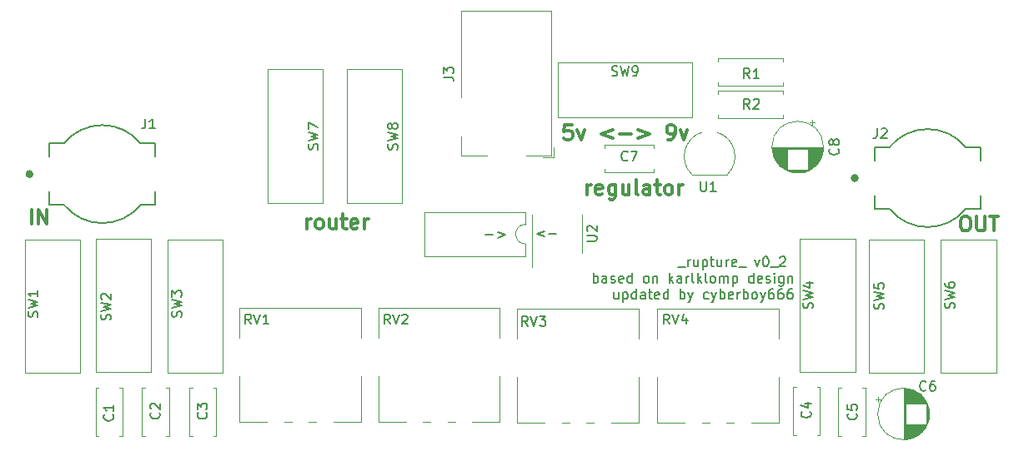
<source format=gbr>
G04 #@! TF.GenerationSoftware,KiCad,Pcbnew,(5.1.4-0-10_14)*
G04 #@! TF.CreationDate,2021-06-29T11:43:56+12:00*
G04 #@! TF.ProjectId,rupter,72757074-6572-42e6-9b69-6361645f7063,rev?*
G04 #@! TF.SameCoordinates,Original*
G04 #@! TF.FileFunction,Legend,Top*
G04 #@! TF.FilePolarity,Positive*
%FSLAX46Y46*%
G04 Gerber Fmt 4.6, Leading zero omitted, Abs format (unit mm)*
G04 Created by KiCad (PCBNEW (5.1.4-0-10_14)) date 2021-06-29 11:43:56*
%MOMM*%
%LPD*%
G04 APERTURE LIST*
%ADD10C,0.150000*%
%ADD11C,0.300000*%
%ADD12C,0.120000*%
%ADD13C,0.400000*%
%ADD14C,0.127000*%
G04 APERTURE END LIST*
D10*
X153261904Y-67985714D02*
X152500000Y-68271428D01*
X153261904Y-68557142D01*
X153738095Y-68271428D02*
X154500000Y-68271428D01*
X147300000Y-68371428D02*
X148061904Y-68371428D01*
X148538095Y-68085714D02*
X149300000Y-68371428D01*
X148538095Y-68657142D01*
D11*
X129200000Y-67778571D02*
X129200000Y-66778571D01*
X129200000Y-67064285D02*
X129271428Y-66921428D01*
X129342857Y-66850000D01*
X129485714Y-66778571D01*
X129628571Y-66778571D01*
X130342857Y-67778571D02*
X130200000Y-67707142D01*
X130128571Y-67635714D01*
X130057142Y-67492857D01*
X130057142Y-67064285D01*
X130128571Y-66921428D01*
X130200000Y-66850000D01*
X130342857Y-66778571D01*
X130557142Y-66778571D01*
X130700000Y-66850000D01*
X130771428Y-66921428D01*
X130842857Y-67064285D01*
X130842857Y-67492857D01*
X130771428Y-67635714D01*
X130700000Y-67707142D01*
X130557142Y-67778571D01*
X130342857Y-67778571D01*
X132128571Y-66778571D02*
X132128571Y-67778571D01*
X131485714Y-66778571D02*
X131485714Y-67564285D01*
X131557142Y-67707142D01*
X131700000Y-67778571D01*
X131914285Y-67778571D01*
X132057142Y-67707142D01*
X132128571Y-67635714D01*
X132628571Y-66778571D02*
X133200000Y-66778571D01*
X132842857Y-66278571D02*
X132842857Y-67564285D01*
X132914285Y-67707142D01*
X133057142Y-67778571D01*
X133200000Y-67778571D01*
X134271428Y-67707142D02*
X134128571Y-67778571D01*
X133842857Y-67778571D01*
X133700000Y-67707142D01*
X133628571Y-67564285D01*
X133628571Y-66992857D01*
X133700000Y-66850000D01*
X133842857Y-66778571D01*
X134128571Y-66778571D01*
X134271428Y-66850000D01*
X134342857Y-66992857D01*
X134342857Y-67135714D01*
X133628571Y-67278571D01*
X134985714Y-67778571D02*
X134985714Y-66778571D01*
X134985714Y-67064285D02*
X135057142Y-66921428D01*
X135128571Y-66850000D01*
X135271428Y-66778571D01*
X135414285Y-66778571D01*
X157650000Y-64278571D02*
X157650000Y-63278571D01*
X157650000Y-63564285D02*
X157721428Y-63421428D01*
X157792857Y-63350000D01*
X157935714Y-63278571D01*
X158078571Y-63278571D01*
X159150000Y-64207142D02*
X159007142Y-64278571D01*
X158721428Y-64278571D01*
X158578571Y-64207142D01*
X158507142Y-64064285D01*
X158507142Y-63492857D01*
X158578571Y-63350000D01*
X158721428Y-63278571D01*
X159007142Y-63278571D01*
X159150000Y-63350000D01*
X159221428Y-63492857D01*
X159221428Y-63635714D01*
X158507142Y-63778571D01*
X160507142Y-63278571D02*
X160507142Y-64492857D01*
X160435714Y-64635714D01*
X160364285Y-64707142D01*
X160221428Y-64778571D01*
X160007142Y-64778571D01*
X159864285Y-64707142D01*
X160507142Y-64207142D02*
X160364285Y-64278571D01*
X160078571Y-64278571D01*
X159935714Y-64207142D01*
X159864285Y-64135714D01*
X159792857Y-63992857D01*
X159792857Y-63564285D01*
X159864285Y-63421428D01*
X159935714Y-63350000D01*
X160078571Y-63278571D01*
X160364285Y-63278571D01*
X160507142Y-63350000D01*
X161864285Y-63278571D02*
X161864285Y-64278571D01*
X161221428Y-63278571D02*
X161221428Y-64064285D01*
X161292857Y-64207142D01*
X161435714Y-64278571D01*
X161650000Y-64278571D01*
X161792857Y-64207142D01*
X161864285Y-64135714D01*
X162792857Y-64278571D02*
X162650000Y-64207142D01*
X162578571Y-64064285D01*
X162578571Y-62778571D01*
X164007142Y-64278571D02*
X164007142Y-63492857D01*
X163935714Y-63350000D01*
X163792857Y-63278571D01*
X163507142Y-63278571D01*
X163364285Y-63350000D01*
X164007142Y-64207142D02*
X163864285Y-64278571D01*
X163507142Y-64278571D01*
X163364285Y-64207142D01*
X163292857Y-64064285D01*
X163292857Y-63921428D01*
X163364285Y-63778571D01*
X163507142Y-63707142D01*
X163864285Y-63707142D01*
X164007142Y-63635714D01*
X164507142Y-63278571D02*
X165078571Y-63278571D01*
X164721428Y-62778571D02*
X164721428Y-64064285D01*
X164792857Y-64207142D01*
X164935714Y-64278571D01*
X165078571Y-64278571D01*
X165792857Y-64278571D02*
X165650000Y-64207142D01*
X165578571Y-64135714D01*
X165507142Y-63992857D01*
X165507142Y-63564285D01*
X165578571Y-63421428D01*
X165650000Y-63350000D01*
X165792857Y-63278571D01*
X166007142Y-63278571D01*
X166150000Y-63350000D01*
X166221428Y-63421428D01*
X166292857Y-63564285D01*
X166292857Y-63992857D01*
X166221428Y-64135714D01*
X166150000Y-64207142D01*
X166007142Y-64278571D01*
X165792857Y-64278571D01*
X166935714Y-64278571D02*
X166935714Y-63278571D01*
X166935714Y-63564285D02*
X167007142Y-63421428D01*
X167078571Y-63350000D01*
X167221428Y-63278571D01*
X167364285Y-63278571D01*
X195900000Y-66478571D02*
X196185714Y-66478571D01*
X196328571Y-66550000D01*
X196471428Y-66692857D01*
X196542857Y-66978571D01*
X196542857Y-67478571D01*
X196471428Y-67764285D01*
X196328571Y-67907142D01*
X196185714Y-67978571D01*
X195900000Y-67978571D01*
X195757142Y-67907142D01*
X195614285Y-67764285D01*
X195542857Y-67478571D01*
X195542857Y-66978571D01*
X195614285Y-66692857D01*
X195757142Y-66550000D01*
X195900000Y-66478571D01*
X197185714Y-66478571D02*
X197185714Y-67692857D01*
X197257142Y-67835714D01*
X197328571Y-67907142D01*
X197471428Y-67978571D01*
X197757142Y-67978571D01*
X197900000Y-67907142D01*
X197971428Y-67835714D01*
X198042857Y-67692857D01*
X198042857Y-66478571D01*
X198542857Y-66478571D02*
X199400000Y-66478571D01*
X198971428Y-67978571D02*
X198971428Y-66478571D01*
X101214285Y-67278571D02*
X101214285Y-65778571D01*
X101928571Y-67278571D02*
X101928571Y-65778571D01*
X102785714Y-67278571D01*
X102785714Y-65778571D01*
X156071428Y-57178571D02*
X155357142Y-57178571D01*
X155285714Y-57892857D01*
X155357142Y-57821428D01*
X155500000Y-57750000D01*
X155857142Y-57750000D01*
X156000000Y-57821428D01*
X156071428Y-57892857D01*
X156142857Y-58035714D01*
X156142857Y-58392857D01*
X156071428Y-58535714D01*
X156000000Y-58607142D01*
X155857142Y-58678571D01*
X155500000Y-58678571D01*
X155357142Y-58607142D01*
X155285714Y-58535714D01*
X156642857Y-57678571D02*
X157000000Y-58678571D01*
X157357142Y-57678571D01*
X160214285Y-57678571D02*
X159071428Y-58107142D01*
X160214285Y-58535714D01*
X160928571Y-58107142D02*
X162071428Y-58107142D01*
X162785714Y-57678571D02*
X163928571Y-58107142D01*
X162785714Y-58535714D01*
X165857142Y-58678571D02*
X166142857Y-58678571D01*
X166285714Y-58607142D01*
X166357142Y-58535714D01*
X166500000Y-58321428D01*
X166571428Y-58035714D01*
X166571428Y-57464285D01*
X166500000Y-57321428D01*
X166428571Y-57250000D01*
X166285714Y-57178571D01*
X166000000Y-57178571D01*
X165857142Y-57250000D01*
X165785714Y-57321428D01*
X165714285Y-57464285D01*
X165714285Y-57821428D01*
X165785714Y-57964285D01*
X165857142Y-58035714D01*
X166000000Y-58107142D01*
X166285714Y-58107142D01*
X166428571Y-58035714D01*
X166500000Y-57964285D01*
X166571428Y-57821428D01*
X167071428Y-57678571D02*
X167428571Y-58678571D01*
X167785714Y-57678571D01*
D10*
X166845357Y-71697619D02*
X167607261Y-71697619D01*
X167845357Y-71602380D02*
X167845357Y-70935714D01*
X167845357Y-71126190D02*
X167892976Y-71030952D01*
X167940595Y-70983333D01*
X168035833Y-70935714D01*
X168131071Y-70935714D01*
X168892976Y-70935714D02*
X168892976Y-71602380D01*
X168464404Y-70935714D02*
X168464404Y-71459523D01*
X168512023Y-71554761D01*
X168607261Y-71602380D01*
X168750119Y-71602380D01*
X168845357Y-71554761D01*
X168892976Y-71507142D01*
X169369166Y-70935714D02*
X169369166Y-71935714D01*
X169369166Y-70983333D02*
X169464404Y-70935714D01*
X169654880Y-70935714D01*
X169750119Y-70983333D01*
X169797738Y-71030952D01*
X169845357Y-71126190D01*
X169845357Y-71411904D01*
X169797738Y-71507142D01*
X169750119Y-71554761D01*
X169654880Y-71602380D01*
X169464404Y-71602380D01*
X169369166Y-71554761D01*
X170131071Y-70935714D02*
X170512023Y-70935714D01*
X170273928Y-70602380D02*
X170273928Y-71459523D01*
X170321547Y-71554761D01*
X170416785Y-71602380D01*
X170512023Y-71602380D01*
X171273928Y-70935714D02*
X171273928Y-71602380D01*
X170845357Y-70935714D02*
X170845357Y-71459523D01*
X170892976Y-71554761D01*
X170988214Y-71602380D01*
X171131071Y-71602380D01*
X171226309Y-71554761D01*
X171273928Y-71507142D01*
X171750119Y-71602380D02*
X171750119Y-70935714D01*
X171750119Y-71126190D02*
X171797738Y-71030952D01*
X171845357Y-70983333D01*
X171940595Y-70935714D01*
X172035833Y-70935714D01*
X172750119Y-71554761D02*
X172654880Y-71602380D01*
X172464404Y-71602380D01*
X172369166Y-71554761D01*
X172321547Y-71459523D01*
X172321547Y-71078571D01*
X172369166Y-70983333D01*
X172464404Y-70935714D01*
X172654880Y-70935714D01*
X172750119Y-70983333D01*
X172797738Y-71078571D01*
X172797738Y-71173809D01*
X172321547Y-71269047D01*
X172988214Y-71697619D02*
X173750119Y-71697619D01*
X174654880Y-70935714D02*
X174892976Y-71602380D01*
X175131071Y-70935714D01*
X175702500Y-70602380D02*
X175797738Y-70602380D01*
X175892976Y-70650000D01*
X175940595Y-70697619D01*
X175988214Y-70792857D01*
X176035833Y-70983333D01*
X176035833Y-71221428D01*
X175988214Y-71411904D01*
X175940595Y-71507142D01*
X175892976Y-71554761D01*
X175797738Y-71602380D01*
X175702500Y-71602380D01*
X175607261Y-71554761D01*
X175559642Y-71507142D01*
X175512023Y-71411904D01*
X175464404Y-71221428D01*
X175464404Y-70983333D01*
X175512023Y-70792857D01*
X175559642Y-70697619D01*
X175607261Y-70650000D01*
X175702500Y-70602380D01*
X176226309Y-71697619D02*
X176988214Y-71697619D01*
X177178690Y-70697619D02*
X177226309Y-70650000D01*
X177321547Y-70602380D01*
X177559642Y-70602380D01*
X177654880Y-70650000D01*
X177702500Y-70697619D01*
X177750119Y-70792857D01*
X177750119Y-70888095D01*
X177702500Y-71030952D01*
X177131071Y-71602380D01*
X177750119Y-71602380D01*
X158273928Y-73252380D02*
X158273928Y-72252380D01*
X158273928Y-72633333D02*
X158369166Y-72585714D01*
X158559642Y-72585714D01*
X158654880Y-72633333D01*
X158702500Y-72680952D01*
X158750119Y-72776190D01*
X158750119Y-73061904D01*
X158702500Y-73157142D01*
X158654880Y-73204761D01*
X158559642Y-73252380D01*
X158369166Y-73252380D01*
X158273928Y-73204761D01*
X159607261Y-73252380D02*
X159607261Y-72728571D01*
X159559642Y-72633333D01*
X159464404Y-72585714D01*
X159273928Y-72585714D01*
X159178690Y-72633333D01*
X159607261Y-73204761D02*
X159512023Y-73252380D01*
X159273928Y-73252380D01*
X159178690Y-73204761D01*
X159131071Y-73109523D01*
X159131071Y-73014285D01*
X159178690Y-72919047D01*
X159273928Y-72871428D01*
X159512023Y-72871428D01*
X159607261Y-72823809D01*
X160035833Y-73204761D02*
X160131071Y-73252380D01*
X160321547Y-73252380D01*
X160416785Y-73204761D01*
X160464404Y-73109523D01*
X160464404Y-73061904D01*
X160416785Y-72966666D01*
X160321547Y-72919047D01*
X160178690Y-72919047D01*
X160083452Y-72871428D01*
X160035833Y-72776190D01*
X160035833Y-72728571D01*
X160083452Y-72633333D01*
X160178690Y-72585714D01*
X160321547Y-72585714D01*
X160416785Y-72633333D01*
X161273928Y-73204761D02*
X161178690Y-73252380D01*
X160988214Y-73252380D01*
X160892976Y-73204761D01*
X160845357Y-73109523D01*
X160845357Y-72728571D01*
X160892976Y-72633333D01*
X160988214Y-72585714D01*
X161178690Y-72585714D01*
X161273928Y-72633333D01*
X161321547Y-72728571D01*
X161321547Y-72823809D01*
X160845357Y-72919047D01*
X162178690Y-73252380D02*
X162178690Y-72252380D01*
X162178690Y-73204761D02*
X162083452Y-73252380D01*
X161892976Y-73252380D01*
X161797738Y-73204761D01*
X161750119Y-73157142D01*
X161702500Y-73061904D01*
X161702500Y-72776190D01*
X161750119Y-72680952D01*
X161797738Y-72633333D01*
X161892976Y-72585714D01*
X162083452Y-72585714D01*
X162178690Y-72633333D01*
X163559642Y-73252380D02*
X163464404Y-73204761D01*
X163416785Y-73157142D01*
X163369166Y-73061904D01*
X163369166Y-72776190D01*
X163416785Y-72680952D01*
X163464404Y-72633333D01*
X163559642Y-72585714D01*
X163702500Y-72585714D01*
X163797738Y-72633333D01*
X163845357Y-72680952D01*
X163892976Y-72776190D01*
X163892976Y-73061904D01*
X163845357Y-73157142D01*
X163797738Y-73204761D01*
X163702500Y-73252380D01*
X163559642Y-73252380D01*
X164321547Y-72585714D02*
X164321547Y-73252380D01*
X164321547Y-72680952D02*
X164369166Y-72633333D01*
X164464404Y-72585714D01*
X164607261Y-72585714D01*
X164702500Y-72633333D01*
X164750119Y-72728571D01*
X164750119Y-73252380D01*
X165988214Y-73252380D02*
X165988214Y-72252380D01*
X166083452Y-72871428D02*
X166369166Y-73252380D01*
X166369166Y-72585714D02*
X165988214Y-72966666D01*
X167226309Y-73252380D02*
X167226309Y-72728571D01*
X167178690Y-72633333D01*
X167083452Y-72585714D01*
X166892976Y-72585714D01*
X166797738Y-72633333D01*
X167226309Y-73204761D02*
X167131071Y-73252380D01*
X166892976Y-73252380D01*
X166797738Y-73204761D01*
X166750119Y-73109523D01*
X166750119Y-73014285D01*
X166797738Y-72919047D01*
X166892976Y-72871428D01*
X167131071Y-72871428D01*
X167226309Y-72823809D01*
X167702500Y-73252380D02*
X167702500Y-72585714D01*
X167702500Y-72776190D02*
X167750119Y-72680952D01*
X167797738Y-72633333D01*
X167892976Y-72585714D01*
X167988214Y-72585714D01*
X168464404Y-73252380D02*
X168369166Y-73204761D01*
X168321547Y-73109523D01*
X168321547Y-72252380D01*
X168845357Y-73252380D02*
X168845357Y-72252380D01*
X168940595Y-72871428D02*
X169226309Y-73252380D01*
X169226309Y-72585714D02*
X168845357Y-72966666D01*
X169797738Y-73252380D02*
X169702500Y-73204761D01*
X169654880Y-73109523D01*
X169654880Y-72252380D01*
X170321547Y-73252380D02*
X170226309Y-73204761D01*
X170178690Y-73157142D01*
X170131071Y-73061904D01*
X170131071Y-72776190D01*
X170178690Y-72680952D01*
X170226309Y-72633333D01*
X170321547Y-72585714D01*
X170464404Y-72585714D01*
X170559642Y-72633333D01*
X170607261Y-72680952D01*
X170654880Y-72776190D01*
X170654880Y-73061904D01*
X170607261Y-73157142D01*
X170559642Y-73204761D01*
X170464404Y-73252380D01*
X170321547Y-73252380D01*
X171083452Y-73252380D02*
X171083452Y-72585714D01*
X171083452Y-72680952D02*
X171131071Y-72633333D01*
X171226309Y-72585714D01*
X171369166Y-72585714D01*
X171464404Y-72633333D01*
X171512023Y-72728571D01*
X171512023Y-73252380D01*
X171512023Y-72728571D02*
X171559642Y-72633333D01*
X171654880Y-72585714D01*
X171797738Y-72585714D01*
X171892976Y-72633333D01*
X171940595Y-72728571D01*
X171940595Y-73252380D01*
X172416785Y-72585714D02*
X172416785Y-73585714D01*
X172416785Y-72633333D02*
X172512023Y-72585714D01*
X172702500Y-72585714D01*
X172797738Y-72633333D01*
X172845357Y-72680952D01*
X172892976Y-72776190D01*
X172892976Y-73061904D01*
X172845357Y-73157142D01*
X172797738Y-73204761D01*
X172702500Y-73252380D01*
X172512023Y-73252380D01*
X172416785Y-73204761D01*
X174512023Y-73252380D02*
X174512023Y-72252380D01*
X174512023Y-73204761D02*
X174416785Y-73252380D01*
X174226309Y-73252380D01*
X174131071Y-73204761D01*
X174083452Y-73157142D01*
X174035833Y-73061904D01*
X174035833Y-72776190D01*
X174083452Y-72680952D01*
X174131071Y-72633333D01*
X174226309Y-72585714D01*
X174416785Y-72585714D01*
X174512023Y-72633333D01*
X175369166Y-73204761D02*
X175273928Y-73252380D01*
X175083452Y-73252380D01*
X174988214Y-73204761D01*
X174940595Y-73109523D01*
X174940595Y-72728571D01*
X174988214Y-72633333D01*
X175083452Y-72585714D01*
X175273928Y-72585714D01*
X175369166Y-72633333D01*
X175416785Y-72728571D01*
X175416785Y-72823809D01*
X174940595Y-72919047D01*
X175797738Y-73204761D02*
X175892976Y-73252380D01*
X176083452Y-73252380D01*
X176178690Y-73204761D01*
X176226309Y-73109523D01*
X176226309Y-73061904D01*
X176178690Y-72966666D01*
X176083452Y-72919047D01*
X175940595Y-72919047D01*
X175845357Y-72871428D01*
X175797738Y-72776190D01*
X175797738Y-72728571D01*
X175845357Y-72633333D01*
X175940595Y-72585714D01*
X176083452Y-72585714D01*
X176178690Y-72633333D01*
X176654880Y-73252380D02*
X176654880Y-72585714D01*
X176654880Y-72252380D02*
X176607261Y-72300000D01*
X176654880Y-72347619D01*
X176702500Y-72300000D01*
X176654880Y-72252380D01*
X176654880Y-72347619D01*
X177559642Y-72585714D02*
X177559642Y-73395238D01*
X177512023Y-73490476D01*
X177464404Y-73538095D01*
X177369166Y-73585714D01*
X177226309Y-73585714D01*
X177131071Y-73538095D01*
X177559642Y-73204761D02*
X177464404Y-73252380D01*
X177273928Y-73252380D01*
X177178690Y-73204761D01*
X177131071Y-73157142D01*
X177083452Y-73061904D01*
X177083452Y-72776190D01*
X177131071Y-72680952D01*
X177178690Y-72633333D01*
X177273928Y-72585714D01*
X177464404Y-72585714D01*
X177559642Y-72633333D01*
X178035833Y-72585714D02*
X178035833Y-73252380D01*
X178035833Y-72680952D02*
X178083452Y-72633333D01*
X178178690Y-72585714D01*
X178321547Y-72585714D01*
X178416785Y-72633333D01*
X178464404Y-72728571D01*
X178464404Y-73252380D01*
X160797738Y-74235714D02*
X160797738Y-74902380D01*
X160369166Y-74235714D02*
X160369166Y-74759523D01*
X160416785Y-74854761D01*
X160512023Y-74902380D01*
X160654880Y-74902380D01*
X160750119Y-74854761D01*
X160797738Y-74807142D01*
X161273928Y-74235714D02*
X161273928Y-75235714D01*
X161273928Y-74283333D02*
X161369166Y-74235714D01*
X161559642Y-74235714D01*
X161654880Y-74283333D01*
X161702500Y-74330952D01*
X161750119Y-74426190D01*
X161750119Y-74711904D01*
X161702500Y-74807142D01*
X161654880Y-74854761D01*
X161559642Y-74902380D01*
X161369166Y-74902380D01*
X161273928Y-74854761D01*
X162607261Y-74902380D02*
X162607261Y-73902380D01*
X162607261Y-74854761D02*
X162512023Y-74902380D01*
X162321547Y-74902380D01*
X162226309Y-74854761D01*
X162178690Y-74807142D01*
X162131071Y-74711904D01*
X162131071Y-74426190D01*
X162178690Y-74330952D01*
X162226309Y-74283333D01*
X162321547Y-74235714D01*
X162512023Y-74235714D01*
X162607261Y-74283333D01*
X163512023Y-74902380D02*
X163512023Y-74378571D01*
X163464404Y-74283333D01*
X163369166Y-74235714D01*
X163178690Y-74235714D01*
X163083452Y-74283333D01*
X163512023Y-74854761D02*
X163416785Y-74902380D01*
X163178690Y-74902380D01*
X163083452Y-74854761D01*
X163035833Y-74759523D01*
X163035833Y-74664285D01*
X163083452Y-74569047D01*
X163178690Y-74521428D01*
X163416785Y-74521428D01*
X163512023Y-74473809D01*
X163845357Y-74235714D02*
X164226309Y-74235714D01*
X163988214Y-73902380D02*
X163988214Y-74759523D01*
X164035833Y-74854761D01*
X164131071Y-74902380D01*
X164226309Y-74902380D01*
X164940595Y-74854761D02*
X164845357Y-74902380D01*
X164654880Y-74902380D01*
X164559642Y-74854761D01*
X164512023Y-74759523D01*
X164512023Y-74378571D01*
X164559642Y-74283333D01*
X164654880Y-74235714D01*
X164845357Y-74235714D01*
X164940595Y-74283333D01*
X164988214Y-74378571D01*
X164988214Y-74473809D01*
X164512023Y-74569047D01*
X165845357Y-74902380D02*
X165845357Y-73902380D01*
X165845357Y-74854761D02*
X165750119Y-74902380D01*
X165559642Y-74902380D01*
X165464404Y-74854761D01*
X165416785Y-74807142D01*
X165369166Y-74711904D01*
X165369166Y-74426190D01*
X165416785Y-74330952D01*
X165464404Y-74283333D01*
X165559642Y-74235714D01*
X165750119Y-74235714D01*
X165845357Y-74283333D01*
X167083452Y-74902380D02*
X167083452Y-73902380D01*
X167083452Y-74283333D02*
X167178690Y-74235714D01*
X167369166Y-74235714D01*
X167464404Y-74283333D01*
X167512023Y-74330952D01*
X167559642Y-74426190D01*
X167559642Y-74711904D01*
X167512023Y-74807142D01*
X167464404Y-74854761D01*
X167369166Y-74902380D01*
X167178690Y-74902380D01*
X167083452Y-74854761D01*
X167892976Y-74235714D02*
X168131071Y-74902380D01*
X168369166Y-74235714D02*
X168131071Y-74902380D01*
X168035833Y-75140476D01*
X167988214Y-75188095D01*
X167892976Y-75235714D01*
X169940595Y-74854761D02*
X169845357Y-74902380D01*
X169654880Y-74902380D01*
X169559642Y-74854761D01*
X169512023Y-74807142D01*
X169464404Y-74711904D01*
X169464404Y-74426190D01*
X169512023Y-74330952D01*
X169559642Y-74283333D01*
X169654880Y-74235714D01*
X169845357Y-74235714D01*
X169940595Y-74283333D01*
X170273928Y-74235714D02*
X170512023Y-74902380D01*
X170750119Y-74235714D02*
X170512023Y-74902380D01*
X170416785Y-75140476D01*
X170369166Y-75188095D01*
X170273928Y-75235714D01*
X171131071Y-74902380D02*
X171131071Y-73902380D01*
X171131071Y-74283333D02*
X171226309Y-74235714D01*
X171416785Y-74235714D01*
X171512023Y-74283333D01*
X171559642Y-74330952D01*
X171607261Y-74426190D01*
X171607261Y-74711904D01*
X171559642Y-74807142D01*
X171512023Y-74854761D01*
X171416785Y-74902380D01*
X171226309Y-74902380D01*
X171131071Y-74854761D01*
X172416785Y-74854761D02*
X172321547Y-74902380D01*
X172131071Y-74902380D01*
X172035833Y-74854761D01*
X171988214Y-74759523D01*
X171988214Y-74378571D01*
X172035833Y-74283333D01*
X172131071Y-74235714D01*
X172321547Y-74235714D01*
X172416785Y-74283333D01*
X172464404Y-74378571D01*
X172464404Y-74473809D01*
X171988214Y-74569047D01*
X172892976Y-74902380D02*
X172892976Y-74235714D01*
X172892976Y-74426190D02*
X172940595Y-74330952D01*
X172988214Y-74283333D01*
X173083452Y-74235714D01*
X173178690Y-74235714D01*
X173512023Y-74902380D02*
X173512023Y-73902380D01*
X173512023Y-74283333D02*
X173607261Y-74235714D01*
X173797738Y-74235714D01*
X173892976Y-74283333D01*
X173940595Y-74330952D01*
X173988214Y-74426190D01*
X173988214Y-74711904D01*
X173940595Y-74807142D01*
X173892976Y-74854761D01*
X173797738Y-74902380D01*
X173607261Y-74902380D01*
X173512023Y-74854761D01*
X174559642Y-74902380D02*
X174464404Y-74854761D01*
X174416785Y-74807142D01*
X174369166Y-74711904D01*
X174369166Y-74426190D01*
X174416785Y-74330952D01*
X174464404Y-74283333D01*
X174559642Y-74235714D01*
X174702500Y-74235714D01*
X174797738Y-74283333D01*
X174845357Y-74330952D01*
X174892976Y-74426190D01*
X174892976Y-74711904D01*
X174845357Y-74807142D01*
X174797738Y-74854761D01*
X174702500Y-74902380D01*
X174559642Y-74902380D01*
X175226309Y-74235714D02*
X175464404Y-74902380D01*
X175702500Y-74235714D02*
X175464404Y-74902380D01*
X175369166Y-75140476D01*
X175321547Y-75188095D01*
X175226309Y-75235714D01*
X176512023Y-73902380D02*
X176321547Y-73902380D01*
X176226309Y-73950000D01*
X176178690Y-73997619D01*
X176083452Y-74140476D01*
X176035833Y-74330952D01*
X176035833Y-74711904D01*
X176083452Y-74807142D01*
X176131071Y-74854761D01*
X176226309Y-74902380D01*
X176416785Y-74902380D01*
X176512023Y-74854761D01*
X176559642Y-74807142D01*
X176607261Y-74711904D01*
X176607261Y-74473809D01*
X176559642Y-74378571D01*
X176512023Y-74330952D01*
X176416785Y-74283333D01*
X176226309Y-74283333D01*
X176131071Y-74330952D01*
X176083452Y-74378571D01*
X176035833Y-74473809D01*
X177464404Y-73902380D02*
X177273928Y-73902380D01*
X177178690Y-73950000D01*
X177131071Y-73997619D01*
X177035833Y-74140476D01*
X176988214Y-74330952D01*
X176988214Y-74711904D01*
X177035833Y-74807142D01*
X177083452Y-74854761D01*
X177178690Y-74902380D01*
X177369166Y-74902380D01*
X177464404Y-74854761D01*
X177512023Y-74807142D01*
X177559642Y-74711904D01*
X177559642Y-74473809D01*
X177512023Y-74378571D01*
X177464404Y-74330952D01*
X177369166Y-74283333D01*
X177178690Y-74283333D01*
X177083452Y-74330952D01*
X177035833Y-74378571D01*
X176988214Y-74473809D01*
X178416785Y-73902380D02*
X178226309Y-73902380D01*
X178131071Y-73950000D01*
X178083452Y-73997619D01*
X177988214Y-74140476D01*
X177940595Y-74330952D01*
X177940595Y-74711904D01*
X177988214Y-74807142D01*
X178035833Y-74854761D01*
X178131071Y-74902380D01*
X178321547Y-74902380D01*
X178416785Y-74854761D01*
X178464404Y-74807142D01*
X178512023Y-74711904D01*
X178512023Y-74473809D01*
X178464404Y-74378571D01*
X178416785Y-74330952D01*
X178321547Y-74283333D01*
X178131071Y-74283333D01*
X178035833Y-74330952D01*
X177988214Y-74378571D01*
X177940595Y-74473809D01*
D12*
X125150000Y-51550000D02*
X130750000Y-51550000D01*
X125150000Y-65150000D02*
X125150000Y-51550000D01*
X130750000Y-65150000D02*
X125150000Y-65150000D01*
X130750000Y-51550000D02*
X130750000Y-65150000D01*
X170940000Y-53730000D02*
X170940000Y-54060000D01*
X177480000Y-53730000D02*
X170940000Y-53730000D01*
X177480000Y-54060000D02*
X177480000Y-53730000D01*
X170940000Y-56470000D02*
X170940000Y-56140000D01*
X177480000Y-56470000D02*
X170940000Y-56470000D01*
X177480000Y-56140000D02*
X177480000Y-56470000D01*
X179250000Y-68750000D02*
X184850000Y-68750000D01*
X179250000Y-82350000D02*
X179250000Y-68750000D01*
X184850000Y-82350000D02*
X179250000Y-82350000D01*
X184850000Y-68750000D02*
X184850000Y-82350000D01*
X115050000Y-68850000D02*
X120650000Y-68850000D01*
X115050000Y-82450000D02*
X115050000Y-68850000D01*
X120650000Y-82450000D02*
X115050000Y-82450000D01*
X120650000Y-68850000D02*
X120650000Y-82450000D01*
X107750000Y-68750000D02*
X113350000Y-68750000D01*
X107750000Y-82350000D02*
X107750000Y-68750000D01*
X113350000Y-82350000D02*
X107750000Y-82350000D01*
X113350000Y-68750000D02*
X113350000Y-82350000D01*
X100550000Y-68850000D02*
X106150000Y-68850000D01*
X100550000Y-82450000D02*
X100550000Y-68850000D01*
X106150000Y-82450000D02*
X100550000Y-82450000D01*
X106150000Y-68850000D02*
X106150000Y-82450000D01*
X154650000Y-56450000D02*
X154650000Y-50850000D01*
X168250000Y-56450000D02*
X154650000Y-56450000D01*
X168250000Y-50850000D02*
X168250000Y-56450000D01*
X154650000Y-50850000D02*
X168250000Y-50850000D01*
X171878445Y-62227684D02*
G75*
G03X170850000Y-57950000I-1808445J1827684D01*
G01*
X168258547Y-62242156D02*
G75*
G02X169250000Y-57950000I1811453J1842156D01*
G01*
X168270000Y-62250000D02*
X171870000Y-62250000D01*
X150530000Y-75930000D02*
X162870000Y-75930000D01*
X160070000Y-87520000D02*
X162870000Y-87520000D01*
X157571000Y-87520000D02*
X158330000Y-87520000D01*
X155071000Y-87520000D02*
X155830000Y-87520000D01*
X150530000Y-87520000D02*
X153329000Y-87520000D01*
X162870000Y-78945000D02*
X162870000Y-75930000D01*
X162870000Y-87520000D02*
X162870000Y-82854000D01*
X150530000Y-78945000D02*
X150530000Y-75930000D01*
X150530000Y-87520000D02*
X150530000Y-82854000D01*
X164730000Y-75930000D02*
X177070000Y-75930000D01*
X174270000Y-87520000D02*
X177070000Y-87520000D01*
X171771000Y-87520000D02*
X172530000Y-87520000D01*
X169271000Y-87520000D02*
X170030000Y-87520000D01*
X164730000Y-87520000D02*
X167529000Y-87520000D01*
X177070000Y-78945000D02*
X177070000Y-75930000D01*
X177070000Y-87520000D02*
X177070000Y-82854000D01*
X164730000Y-78945000D02*
X164730000Y-75930000D01*
X164730000Y-87520000D02*
X164730000Y-82854000D01*
X122330000Y-75830000D02*
X134670000Y-75830000D01*
X131870000Y-87420000D02*
X134670000Y-87420000D01*
X129371000Y-87420000D02*
X130130000Y-87420000D01*
X126871000Y-87420000D02*
X127630000Y-87420000D01*
X122330000Y-87420000D02*
X125129000Y-87420000D01*
X134670000Y-78845000D02*
X134670000Y-75830000D01*
X134670000Y-87420000D02*
X134670000Y-82754000D01*
X122330000Y-78845000D02*
X122330000Y-75830000D01*
X122330000Y-87420000D02*
X122330000Y-82754000D01*
X136430000Y-75830000D02*
X148770000Y-75830000D01*
X145970000Y-87420000D02*
X148770000Y-87420000D01*
X143471000Y-87420000D02*
X144230000Y-87420000D01*
X140971000Y-87420000D02*
X141730000Y-87420000D01*
X136430000Y-87420000D02*
X139229000Y-87420000D01*
X148770000Y-78845000D02*
X148770000Y-75830000D01*
X148770000Y-87420000D02*
X148770000Y-82754000D01*
X136430000Y-78845000D02*
X136430000Y-75830000D01*
X136430000Y-87420000D02*
X136430000Y-82754000D01*
X180725000Y-56895225D02*
X180225000Y-56895225D01*
X180475000Y-56645225D02*
X180475000Y-57145225D01*
X179284000Y-62051000D02*
X178716000Y-62051000D01*
X179518000Y-62011000D02*
X178482000Y-62011000D01*
X179677000Y-61971000D02*
X178323000Y-61971000D01*
X179805000Y-61931000D02*
X178195000Y-61931000D01*
X179915000Y-61891000D02*
X178085000Y-61891000D01*
X180011000Y-61851000D02*
X177989000Y-61851000D01*
X180098000Y-61811000D02*
X177902000Y-61811000D01*
X180178000Y-61771000D02*
X177822000Y-61771000D01*
X177960000Y-61731000D02*
X177749000Y-61731000D01*
X180251000Y-61731000D02*
X180040000Y-61731000D01*
X177960000Y-61691000D02*
X177681000Y-61691000D01*
X180319000Y-61691000D02*
X180040000Y-61691000D01*
X177960000Y-61651000D02*
X177617000Y-61651000D01*
X180383000Y-61651000D02*
X180040000Y-61651000D01*
X177960000Y-61611000D02*
X177557000Y-61611000D01*
X180443000Y-61611000D02*
X180040000Y-61611000D01*
X177960000Y-61571000D02*
X177500000Y-61571000D01*
X180500000Y-61571000D02*
X180040000Y-61571000D01*
X177960000Y-61531000D02*
X177446000Y-61531000D01*
X180554000Y-61531000D02*
X180040000Y-61531000D01*
X177960000Y-61491000D02*
X177395000Y-61491000D01*
X180605000Y-61491000D02*
X180040000Y-61491000D01*
X177960000Y-61451000D02*
X177347000Y-61451000D01*
X180653000Y-61451000D02*
X180040000Y-61451000D01*
X177960000Y-61411000D02*
X177301000Y-61411000D01*
X180699000Y-61411000D02*
X180040000Y-61411000D01*
X177960000Y-61371000D02*
X177257000Y-61371000D01*
X180743000Y-61371000D02*
X180040000Y-61371000D01*
X177960000Y-61331000D02*
X177215000Y-61331000D01*
X180785000Y-61331000D02*
X180040000Y-61331000D01*
X177960000Y-61291000D02*
X177174000Y-61291000D01*
X180826000Y-61291000D02*
X180040000Y-61291000D01*
X177960000Y-61251000D02*
X177136000Y-61251000D01*
X180864000Y-61251000D02*
X180040000Y-61251000D01*
X177960000Y-61211000D02*
X177099000Y-61211000D01*
X180901000Y-61211000D02*
X180040000Y-61211000D01*
X177960000Y-61171000D02*
X177063000Y-61171000D01*
X180937000Y-61171000D02*
X180040000Y-61171000D01*
X177960000Y-61131000D02*
X177029000Y-61131000D01*
X180971000Y-61131000D02*
X180040000Y-61131000D01*
X177960000Y-61091000D02*
X176996000Y-61091000D01*
X181004000Y-61091000D02*
X180040000Y-61091000D01*
X177960000Y-61051000D02*
X176965000Y-61051000D01*
X181035000Y-61051000D02*
X180040000Y-61051000D01*
X177960000Y-61011000D02*
X176935000Y-61011000D01*
X181065000Y-61011000D02*
X180040000Y-61011000D01*
X177960000Y-60971000D02*
X176905000Y-60971000D01*
X181095000Y-60971000D02*
X180040000Y-60971000D01*
X177960000Y-60931000D02*
X176878000Y-60931000D01*
X181122000Y-60931000D02*
X180040000Y-60931000D01*
X177960000Y-60891000D02*
X176851000Y-60891000D01*
X181149000Y-60891000D02*
X180040000Y-60891000D01*
X177960000Y-60851000D02*
X176825000Y-60851000D01*
X181175000Y-60851000D02*
X180040000Y-60851000D01*
X177960000Y-60811000D02*
X176800000Y-60811000D01*
X181200000Y-60811000D02*
X180040000Y-60811000D01*
X177960000Y-60771000D02*
X176776000Y-60771000D01*
X181224000Y-60771000D02*
X180040000Y-60771000D01*
X177960000Y-60731000D02*
X176753000Y-60731000D01*
X181247000Y-60731000D02*
X180040000Y-60731000D01*
X177960000Y-60691000D02*
X176732000Y-60691000D01*
X181268000Y-60691000D02*
X180040000Y-60691000D01*
X177960000Y-60651000D02*
X176710000Y-60651000D01*
X181290000Y-60651000D02*
X180040000Y-60651000D01*
X177960000Y-60611000D02*
X176690000Y-60611000D01*
X181310000Y-60611000D02*
X180040000Y-60611000D01*
X177960000Y-60571000D02*
X176671000Y-60571000D01*
X181329000Y-60571000D02*
X180040000Y-60571000D01*
X177960000Y-60531000D02*
X176652000Y-60531000D01*
X181348000Y-60531000D02*
X180040000Y-60531000D01*
X177960000Y-60491000D02*
X176635000Y-60491000D01*
X181365000Y-60491000D02*
X180040000Y-60491000D01*
X177960000Y-60451000D02*
X176618000Y-60451000D01*
X181382000Y-60451000D02*
X180040000Y-60451000D01*
X177960000Y-60411000D02*
X176602000Y-60411000D01*
X181398000Y-60411000D02*
X180040000Y-60411000D01*
X177960000Y-60371000D02*
X176586000Y-60371000D01*
X181414000Y-60371000D02*
X180040000Y-60371000D01*
X177960000Y-60331000D02*
X176572000Y-60331000D01*
X181428000Y-60331000D02*
X180040000Y-60331000D01*
X177960000Y-60291000D02*
X176558000Y-60291000D01*
X181442000Y-60291000D02*
X180040000Y-60291000D01*
X177960000Y-60251000D02*
X176545000Y-60251000D01*
X181455000Y-60251000D02*
X180040000Y-60251000D01*
X177960000Y-60211000D02*
X176532000Y-60211000D01*
X181468000Y-60211000D02*
X180040000Y-60211000D01*
X177960000Y-60171000D02*
X176520000Y-60171000D01*
X181480000Y-60171000D02*
X180040000Y-60171000D01*
X177960000Y-60130000D02*
X176509000Y-60130000D01*
X181491000Y-60130000D02*
X180040000Y-60130000D01*
X177960000Y-60090000D02*
X176499000Y-60090000D01*
X181501000Y-60090000D02*
X180040000Y-60090000D01*
X177960000Y-60050000D02*
X176489000Y-60050000D01*
X181511000Y-60050000D02*
X180040000Y-60050000D01*
X177960000Y-60010000D02*
X176480000Y-60010000D01*
X181520000Y-60010000D02*
X180040000Y-60010000D01*
X177960000Y-59970000D02*
X176472000Y-59970000D01*
X181528000Y-59970000D02*
X180040000Y-59970000D01*
X177960000Y-59930000D02*
X176464000Y-59930000D01*
X181536000Y-59930000D02*
X180040000Y-59930000D01*
X177960000Y-59890000D02*
X176457000Y-59890000D01*
X181543000Y-59890000D02*
X180040000Y-59890000D01*
X177960000Y-59850000D02*
X176450000Y-59850000D01*
X181550000Y-59850000D02*
X180040000Y-59850000D01*
X177960000Y-59810000D02*
X176444000Y-59810000D01*
X181556000Y-59810000D02*
X180040000Y-59810000D01*
X177960000Y-59770000D02*
X176439000Y-59770000D01*
X181561000Y-59770000D02*
X180040000Y-59770000D01*
X177960000Y-59730000D02*
X176435000Y-59730000D01*
X181565000Y-59730000D02*
X180040000Y-59730000D01*
X177960000Y-59690000D02*
X176431000Y-59690000D01*
X181569000Y-59690000D02*
X180040000Y-59690000D01*
X181573000Y-59650000D02*
X176427000Y-59650000D01*
X181576000Y-59610000D02*
X176424000Y-59610000D01*
X181578000Y-59570000D02*
X176422000Y-59570000D01*
X181579000Y-59530000D02*
X176421000Y-59530000D01*
X181580000Y-59490000D02*
X176420000Y-59490000D01*
X181580000Y-59450000D02*
X176420000Y-59450000D01*
X181620000Y-59450000D02*
G75*
G03X181620000Y-59450000I-2620000J0D01*
G01*
X180955000Y-83830000D02*
X181270000Y-83830000D01*
X178530000Y-83830000D02*
X178845000Y-83830000D01*
X180955000Y-88770000D02*
X181270000Y-88770000D01*
X178530000Y-88770000D02*
X178845000Y-88770000D01*
X181270000Y-88770000D02*
X181270000Y-83830000D01*
X178530000Y-88770000D02*
X178530000Y-83830000D01*
X119970000Y-83930000D02*
X119970000Y-88870000D01*
X117230000Y-83930000D02*
X117230000Y-88870000D01*
X119970000Y-83930000D02*
X119655000Y-83930000D01*
X117545000Y-83930000D02*
X117230000Y-83930000D01*
X119970000Y-88870000D02*
X119655000Y-88870000D01*
X117545000Y-88870000D02*
X117230000Y-88870000D01*
D13*
X185000000Y-62600000D02*
G75*
G03X185000000Y-62600000I-200000J0D01*
G01*
D14*
X197550000Y-59465000D02*
X196084000Y-59465000D01*
X188316000Y-59465000D02*
X186850000Y-59465000D01*
X188316000Y-65735000D02*
X186850000Y-65735000D01*
X197550000Y-65735000D02*
X196084000Y-65735000D01*
X188317924Y-59462628D02*
G75*
G02X196084000Y-59465000I3882076J-3151223D01*
G01*
X196082076Y-65737372D02*
G75*
G02X188316000Y-65735000I-3882076J3151223D01*
G01*
X186850000Y-64365000D02*
X186850000Y-65735000D01*
X186850000Y-59465000D02*
X186850000Y-60835000D01*
X197550000Y-59465000D02*
X197550000Y-60835000D01*
X197550000Y-64365000D02*
X197550000Y-65735000D01*
D12*
X153150000Y-60500000D02*
X154200000Y-60500000D01*
X154200000Y-59450000D02*
X154200000Y-60500000D01*
X144800000Y-54400000D02*
X144800000Y-45600000D01*
X144800000Y-45600000D02*
X154000000Y-45600000D01*
X147500000Y-60300000D02*
X144800000Y-60300000D01*
X144800000Y-60300000D02*
X144800000Y-58400000D01*
X154000000Y-45600000D02*
X154000000Y-60300000D01*
X154000000Y-60300000D02*
X151400000Y-60300000D01*
D14*
X113750000Y-63965000D02*
X113750000Y-65335000D01*
X113750000Y-59065000D02*
X113750000Y-60435000D01*
X103050000Y-59065000D02*
X103050000Y-60435000D01*
X103050000Y-63965000D02*
X103050000Y-65335000D01*
X112282076Y-65337372D02*
G75*
G02X104516000Y-65335000I-3882076J3151223D01*
G01*
X104517924Y-59062628D02*
G75*
G02X112284000Y-59065000I3882076J-3151223D01*
G01*
X113750000Y-65335000D02*
X112284000Y-65335000D01*
X104516000Y-65335000D02*
X103050000Y-65335000D01*
X104516000Y-59065000D02*
X103050000Y-59065000D01*
X113750000Y-59065000D02*
X112284000Y-59065000D01*
D13*
X101200000Y-62200000D02*
G75*
G03X101200000Y-62200000I-200000J0D01*
G01*
D12*
X159430000Y-59230000D02*
X164370000Y-59230000D01*
X159430000Y-61970000D02*
X164370000Y-61970000D01*
X159430000Y-59230000D02*
X159430000Y-59545000D01*
X159430000Y-61655000D02*
X159430000Y-61970000D01*
X164370000Y-59230000D02*
X164370000Y-59545000D01*
X164370000Y-61655000D02*
X164370000Y-61970000D01*
X170940000Y-50760000D02*
X170940000Y-50430000D01*
X170940000Y-50430000D02*
X177480000Y-50430000D01*
X177480000Y-50430000D02*
X177480000Y-50760000D01*
X170940000Y-52840000D02*
X170940000Y-53170000D01*
X170940000Y-53170000D02*
X177480000Y-53170000D01*
X177480000Y-53170000D02*
X177480000Y-52840000D01*
X110470000Y-83930000D02*
X110470000Y-88870000D01*
X107730000Y-83930000D02*
X107730000Y-88870000D01*
X110470000Y-83930000D02*
X110155000Y-83930000D01*
X108045000Y-83930000D02*
X107730000Y-83930000D01*
X110470000Y-88870000D02*
X110155000Y-88870000D01*
X108045000Y-88870000D02*
X107730000Y-88870000D01*
X112745000Y-88870000D02*
X112430000Y-88870000D01*
X115170000Y-88870000D02*
X114855000Y-88870000D01*
X112745000Y-83930000D02*
X112430000Y-83930000D01*
X115170000Y-83930000D02*
X114855000Y-83930000D01*
X112430000Y-83930000D02*
X112430000Y-88870000D01*
X115170000Y-83930000D02*
X115170000Y-88870000D01*
X138850000Y-51550000D02*
X138850000Y-65150000D01*
X138850000Y-65150000D02*
X133250000Y-65150000D01*
X133250000Y-65150000D02*
X133250000Y-51550000D01*
X133250000Y-51550000D02*
X138850000Y-51550000D01*
X185870000Y-83930000D02*
X185870000Y-88870000D01*
X183130000Y-83930000D02*
X183130000Y-88870000D01*
X185870000Y-83930000D02*
X185555000Y-83930000D01*
X183445000Y-83930000D02*
X183130000Y-83930000D01*
X185870000Y-88870000D02*
X185555000Y-88870000D01*
X183445000Y-88870000D02*
X183130000Y-88870000D01*
X192370000Y-86600000D02*
G75*
G03X192370000Y-86600000I-2620000J0D01*
G01*
X189750000Y-84020000D02*
X189750000Y-89180000D01*
X189790000Y-84020000D02*
X189790000Y-89180000D01*
X189830000Y-84021000D02*
X189830000Y-89179000D01*
X189870000Y-84022000D02*
X189870000Y-89178000D01*
X189910000Y-84024000D02*
X189910000Y-89176000D01*
X189950000Y-84027000D02*
X189950000Y-89173000D01*
X189990000Y-84031000D02*
X189990000Y-85560000D01*
X189990000Y-87640000D02*
X189990000Y-89169000D01*
X190030000Y-84035000D02*
X190030000Y-85560000D01*
X190030000Y-87640000D02*
X190030000Y-89165000D01*
X190070000Y-84039000D02*
X190070000Y-85560000D01*
X190070000Y-87640000D02*
X190070000Y-89161000D01*
X190110000Y-84044000D02*
X190110000Y-85560000D01*
X190110000Y-87640000D02*
X190110000Y-89156000D01*
X190150000Y-84050000D02*
X190150000Y-85560000D01*
X190150000Y-87640000D02*
X190150000Y-89150000D01*
X190190000Y-84057000D02*
X190190000Y-85560000D01*
X190190000Y-87640000D02*
X190190000Y-89143000D01*
X190230000Y-84064000D02*
X190230000Y-85560000D01*
X190230000Y-87640000D02*
X190230000Y-89136000D01*
X190270000Y-84072000D02*
X190270000Y-85560000D01*
X190270000Y-87640000D02*
X190270000Y-89128000D01*
X190310000Y-84080000D02*
X190310000Y-85560000D01*
X190310000Y-87640000D02*
X190310000Y-89120000D01*
X190350000Y-84089000D02*
X190350000Y-85560000D01*
X190350000Y-87640000D02*
X190350000Y-89111000D01*
X190390000Y-84099000D02*
X190390000Y-85560000D01*
X190390000Y-87640000D02*
X190390000Y-89101000D01*
X190430000Y-84109000D02*
X190430000Y-85560000D01*
X190430000Y-87640000D02*
X190430000Y-89091000D01*
X190471000Y-84120000D02*
X190471000Y-85560000D01*
X190471000Y-87640000D02*
X190471000Y-89080000D01*
X190511000Y-84132000D02*
X190511000Y-85560000D01*
X190511000Y-87640000D02*
X190511000Y-89068000D01*
X190551000Y-84145000D02*
X190551000Y-85560000D01*
X190551000Y-87640000D02*
X190551000Y-89055000D01*
X190591000Y-84158000D02*
X190591000Y-85560000D01*
X190591000Y-87640000D02*
X190591000Y-89042000D01*
X190631000Y-84172000D02*
X190631000Y-85560000D01*
X190631000Y-87640000D02*
X190631000Y-89028000D01*
X190671000Y-84186000D02*
X190671000Y-85560000D01*
X190671000Y-87640000D02*
X190671000Y-89014000D01*
X190711000Y-84202000D02*
X190711000Y-85560000D01*
X190711000Y-87640000D02*
X190711000Y-88998000D01*
X190751000Y-84218000D02*
X190751000Y-85560000D01*
X190751000Y-87640000D02*
X190751000Y-88982000D01*
X190791000Y-84235000D02*
X190791000Y-85560000D01*
X190791000Y-87640000D02*
X190791000Y-88965000D01*
X190831000Y-84252000D02*
X190831000Y-85560000D01*
X190831000Y-87640000D02*
X190831000Y-88948000D01*
X190871000Y-84271000D02*
X190871000Y-85560000D01*
X190871000Y-87640000D02*
X190871000Y-88929000D01*
X190911000Y-84290000D02*
X190911000Y-85560000D01*
X190911000Y-87640000D02*
X190911000Y-88910000D01*
X190951000Y-84310000D02*
X190951000Y-85560000D01*
X190951000Y-87640000D02*
X190951000Y-88890000D01*
X190991000Y-84332000D02*
X190991000Y-85560000D01*
X190991000Y-87640000D02*
X190991000Y-88868000D01*
X191031000Y-84353000D02*
X191031000Y-85560000D01*
X191031000Y-87640000D02*
X191031000Y-88847000D01*
X191071000Y-84376000D02*
X191071000Y-85560000D01*
X191071000Y-87640000D02*
X191071000Y-88824000D01*
X191111000Y-84400000D02*
X191111000Y-85560000D01*
X191111000Y-87640000D02*
X191111000Y-88800000D01*
X191151000Y-84425000D02*
X191151000Y-85560000D01*
X191151000Y-87640000D02*
X191151000Y-88775000D01*
X191191000Y-84451000D02*
X191191000Y-85560000D01*
X191191000Y-87640000D02*
X191191000Y-88749000D01*
X191231000Y-84478000D02*
X191231000Y-85560000D01*
X191231000Y-87640000D02*
X191231000Y-88722000D01*
X191271000Y-84505000D02*
X191271000Y-85560000D01*
X191271000Y-87640000D02*
X191271000Y-88695000D01*
X191311000Y-84535000D02*
X191311000Y-85560000D01*
X191311000Y-87640000D02*
X191311000Y-88665000D01*
X191351000Y-84565000D02*
X191351000Y-85560000D01*
X191351000Y-87640000D02*
X191351000Y-88635000D01*
X191391000Y-84596000D02*
X191391000Y-85560000D01*
X191391000Y-87640000D02*
X191391000Y-88604000D01*
X191431000Y-84629000D02*
X191431000Y-85560000D01*
X191431000Y-87640000D02*
X191431000Y-88571000D01*
X191471000Y-84663000D02*
X191471000Y-85560000D01*
X191471000Y-87640000D02*
X191471000Y-88537000D01*
X191511000Y-84699000D02*
X191511000Y-85560000D01*
X191511000Y-87640000D02*
X191511000Y-88501000D01*
X191551000Y-84736000D02*
X191551000Y-85560000D01*
X191551000Y-87640000D02*
X191551000Y-88464000D01*
X191591000Y-84774000D02*
X191591000Y-85560000D01*
X191591000Y-87640000D02*
X191591000Y-88426000D01*
X191631000Y-84815000D02*
X191631000Y-85560000D01*
X191631000Y-87640000D02*
X191631000Y-88385000D01*
X191671000Y-84857000D02*
X191671000Y-85560000D01*
X191671000Y-87640000D02*
X191671000Y-88343000D01*
X191711000Y-84901000D02*
X191711000Y-85560000D01*
X191711000Y-87640000D02*
X191711000Y-88299000D01*
X191751000Y-84947000D02*
X191751000Y-85560000D01*
X191751000Y-87640000D02*
X191751000Y-88253000D01*
X191791000Y-84995000D02*
X191791000Y-85560000D01*
X191791000Y-87640000D02*
X191791000Y-88205000D01*
X191831000Y-85046000D02*
X191831000Y-85560000D01*
X191831000Y-87640000D02*
X191831000Y-88154000D01*
X191871000Y-85100000D02*
X191871000Y-85560000D01*
X191871000Y-87640000D02*
X191871000Y-88100000D01*
X191911000Y-85157000D02*
X191911000Y-85560000D01*
X191911000Y-87640000D02*
X191911000Y-88043000D01*
X191951000Y-85217000D02*
X191951000Y-85560000D01*
X191951000Y-87640000D02*
X191951000Y-87983000D01*
X191991000Y-85281000D02*
X191991000Y-85560000D01*
X191991000Y-87640000D02*
X191991000Y-87919000D01*
X192031000Y-85349000D02*
X192031000Y-85560000D01*
X192031000Y-87640000D02*
X192031000Y-87851000D01*
X192071000Y-85422000D02*
X192071000Y-87778000D01*
X192111000Y-85502000D02*
X192111000Y-87698000D01*
X192151000Y-85589000D02*
X192151000Y-87611000D01*
X192191000Y-85685000D02*
X192191000Y-87515000D01*
X192231000Y-85795000D02*
X192231000Y-87405000D01*
X192271000Y-85923000D02*
X192271000Y-87277000D01*
X192311000Y-86082000D02*
X192311000Y-87118000D01*
X192351000Y-86316000D02*
X192351000Y-86884000D01*
X186945225Y-85125000D02*
X187445225Y-85125000D01*
X187195225Y-84875000D02*
X187195225Y-85375000D01*
X191850000Y-68850000D02*
X191850000Y-82450000D01*
X191850000Y-82450000D02*
X186250000Y-82450000D01*
X186250000Y-82450000D02*
X186250000Y-68850000D01*
X186250000Y-68850000D02*
X191850000Y-68850000D01*
X193550000Y-68850000D02*
X199150000Y-68850000D01*
X193550000Y-82450000D02*
X193550000Y-68850000D01*
X199150000Y-82450000D02*
X193550000Y-82450000D01*
X199150000Y-68850000D02*
X199150000Y-82450000D01*
X151380000Y-69310000D02*
G75*
G02X151380000Y-67310000I0J1000000D01*
G01*
X151380000Y-67310000D02*
X151380000Y-66060000D01*
X151380000Y-66060000D02*
X141100000Y-66060000D01*
X141100000Y-66060000D02*
X141100000Y-70560000D01*
X141100000Y-70560000D02*
X151380000Y-70560000D01*
X151380000Y-70560000D02*
X151380000Y-69310000D01*
X157110000Y-68250000D02*
X157110000Y-66300000D01*
X157110000Y-68250000D02*
X157110000Y-70200000D01*
X151990000Y-68250000D02*
X151990000Y-66300000D01*
X151990000Y-68250000D02*
X151990000Y-71700000D01*
D10*
X130254761Y-59683333D02*
X130302380Y-59540476D01*
X130302380Y-59302380D01*
X130254761Y-59207142D01*
X130207142Y-59159523D01*
X130111904Y-59111904D01*
X130016666Y-59111904D01*
X129921428Y-59159523D01*
X129873809Y-59207142D01*
X129826190Y-59302380D01*
X129778571Y-59492857D01*
X129730952Y-59588095D01*
X129683333Y-59635714D01*
X129588095Y-59683333D01*
X129492857Y-59683333D01*
X129397619Y-59635714D01*
X129350000Y-59588095D01*
X129302380Y-59492857D01*
X129302380Y-59254761D01*
X129350000Y-59111904D01*
X129302380Y-58778571D02*
X130302380Y-58540476D01*
X129588095Y-58350000D01*
X130302380Y-58159523D01*
X129302380Y-57921428D01*
X129302380Y-57635714D02*
X129302380Y-56969047D01*
X130302380Y-57397619D01*
X174133333Y-55552380D02*
X173800000Y-55076190D01*
X173561904Y-55552380D02*
X173561904Y-54552380D01*
X173942857Y-54552380D01*
X174038095Y-54600000D01*
X174085714Y-54647619D01*
X174133333Y-54742857D01*
X174133333Y-54885714D01*
X174085714Y-54980952D01*
X174038095Y-55028571D01*
X173942857Y-55076190D01*
X173561904Y-55076190D01*
X174514285Y-54647619D02*
X174561904Y-54600000D01*
X174657142Y-54552380D01*
X174895238Y-54552380D01*
X174990476Y-54600000D01*
X175038095Y-54647619D01*
X175085714Y-54742857D01*
X175085714Y-54838095D01*
X175038095Y-54980952D01*
X174466666Y-55552380D01*
X175085714Y-55552380D01*
X180504761Y-75833333D02*
X180552380Y-75690476D01*
X180552380Y-75452380D01*
X180504761Y-75357142D01*
X180457142Y-75309523D01*
X180361904Y-75261904D01*
X180266666Y-75261904D01*
X180171428Y-75309523D01*
X180123809Y-75357142D01*
X180076190Y-75452380D01*
X180028571Y-75642857D01*
X179980952Y-75738095D01*
X179933333Y-75785714D01*
X179838095Y-75833333D01*
X179742857Y-75833333D01*
X179647619Y-75785714D01*
X179600000Y-75738095D01*
X179552380Y-75642857D01*
X179552380Y-75404761D01*
X179600000Y-75261904D01*
X179552380Y-74928571D02*
X180552380Y-74690476D01*
X179838095Y-74500000D01*
X180552380Y-74309523D01*
X179552380Y-74071428D01*
X179885714Y-73261904D02*
X180552380Y-73261904D01*
X179504761Y-73500000D02*
X180219047Y-73738095D01*
X180219047Y-73119047D01*
X116404761Y-76733333D02*
X116452380Y-76590476D01*
X116452380Y-76352380D01*
X116404761Y-76257142D01*
X116357142Y-76209523D01*
X116261904Y-76161904D01*
X116166666Y-76161904D01*
X116071428Y-76209523D01*
X116023809Y-76257142D01*
X115976190Y-76352380D01*
X115928571Y-76542857D01*
X115880952Y-76638095D01*
X115833333Y-76685714D01*
X115738095Y-76733333D01*
X115642857Y-76733333D01*
X115547619Y-76685714D01*
X115500000Y-76638095D01*
X115452380Y-76542857D01*
X115452380Y-76304761D01*
X115500000Y-76161904D01*
X115452380Y-75828571D02*
X116452380Y-75590476D01*
X115738095Y-75400000D01*
X116452380Y-75209523D01*
X115452380Y-74971428D01*
X115452380Y-74685714D02*
X115452380Y-74066666D01*
X115833333Y-74400000D01*
X115833333Y-74257142D01*
X115880952Y-74161904D01*
X115928571Y-74114285D01*
X116023809Y-74066666D01*
X116261904Y-74066666D01*
X116357142Y-74114285D01*
X116404761Y-74161904D01*
X116452380Y-74257142D01*
X116452380Y-74542857D01*
X116404761Y-74638095D01*
X116357142Y-74685714D01*
X109204761Y-77033333D02*
X109252380Y-76890476D01*
X109252380Y-76652380D01*
X109204761Y-76557142D01*
X109157142Y-76509523D01*
X109061904Y-76461904D01*
X108966666Y-76461904D01*
X108871428Y-76509523D01*
X108823809Y-76557142D01*
X108776190Y-76652380D01*
X108728571Y-76842857D01*
X108680952Y-76938095D01*
X108633333Y-76985714D01*
X108538095Y-77033333D01*
X108442857Y-77033333D01*
X108347619Y-76985714D01*
X108300000Y-76938095D01*
X108252380Y-76842857D01*
X108252380Y-76604761D01*
X108300000Y-76461904D01*
X108252380Y-76128571D02*
X109252380Y-75890476D01*
X108538095Y-75700000D01*
X109252380Y-75509523D01*
X108252380Y-75271428D01*
X108347619Y-74938095D02*
X108300000Y-74890476D01*
X108252380Y-74795238D01*
X108252380Y-74557142D01*
X108300000Y-74461904D01*
X108347619Y-74414285D01*
X108442857Y-74366666D01*
X108538095Y-74366666D01*
X108680952Y-74414285D01*
X109252380Y-74985714D01*
X109252380Y-74366666D01*
X101804761Y-76733333D02*
X101852380Y-76590476D01*
X101852380Y-76352380D01*
X101804761Y-76257142D01*
X101757142Y-76209523D01*
X101661904Y-76161904D01*
X101566666Y-76161904D01*
X101471428Y-76209523D01*
X101423809Y-76257142D01*
X101376190Y-76352380D01*
X101328571Y-76542857D01*
X101280952Y-76638095D01*
X101233333Y-76685714D01*
X101138095Y-76733333D01*
X101042857Y-76733333D01*
X100947619Y-76685714D01*
X100900000Y-76638095D01*
X100852380Y-76542857D01*
X100852380Y-76304761D01*
X100900000Y-76161904D01*
X100852380Y-75828571D02*
X101852380Y-75590476D01*
X101138095Y-75400000D01*
X101852380Y-75209523D01*
X100852380Y-74971428D01*
X101852380Y-74066666D02*
X101852380Y-74638095D01*
X101852380Y-74352380D02*
X100852380Y-74352380D01*
X100995238Y-74447619D01*
X101090476Y-74542857D01*
X101138095Y-74638095D01*
X160116666Y-52154761D02*
X160259523Y-52202380D01*
X160497619Y-52202380D01*
X160592857Y-52154761D01*
X160640476Y-52107142D01*
X160688095Y-52011904D01*
X160688095Y-51916666D01*
X160640476Y-51821428D01*
X160592857Y-51773809D01*
X160497619Y-51726190D01*
X160307142Y-51678571D01*
X160211904Y-51630952D01*
X160164285Y-51583333D01*
X160116666Y-51488095D01*
X160116666Y-51392857D01*
X160164285Y-51297619D01*
X160211904Y-51250000D01*
X160307142Y-51202380D01*
X160545238Y-51202380D01*
X160688095Y-51250000D01*
X161021428Y-51202380D02*
X161259523Y-52202380D01*
X161450000Y-51488095D01*
X161640476Y-52202380D01*
X161878571Y-51202380D01*
X162307142Y-52202380D02*
X162497619Y-52202380D01*
X162592857Y-52154761D01*
X162640476Y-52107142D01*
X162735714Y-51964285D01*
X162783333Y-51773809D01*
X162783333Y-51392857D01*
X162735714Y-51297619D01*
X162688095Y-51250000D01*
X162592857Y-51202380D01*
X162402380Y-51202380D01*
X162307142Y-51250000D01*
X162259523Y-51297619D01*
X162211904Y-51392857D01*
X162211904Y-51630952D01*
X162259523Y-51726190D01*
X162307142Y-51773809D01*
X162402380Y-51821428D01*
X162592857Y-51821428D01*
X162688095Y-51773809D01*
X162735714Y-51726190D01*
X162783333Y-51630952D01*
X169138095Y-62952380D02*
X169138095Y-63761904D01*
X169185714Y-63857142D01*
X169233333Y-63904761D01*
X169328571Y-63952380D01*
X169519047Y-63952380D01*
X169614285Y-63904761D01*
X169661904Y-63857142D01*
X169709523Y-63761904D01*
X169709523Y-62952380D01*
X170709523Y-63952380D02*
X170138095Y-63952380D01*
X170423809Y-63952380D02*
X170423809Y-62952380D01*
X170328571Y-63095238D01*
X170233333Y-63190476D01*
X170138095Y-63238095D01*
X151604761Y-77652380D02*
X151271428Y-77176190D01*
X151033333Y-77652380D02*
X151033333Y-76652380D01*
X151414285Y-76652380D01*
X151509523Y-76700000D01*
X151557142Y-76747619D01*
X151604761Y-76842857D01*
X151604761Y-76985714D01*
X151557142Y-77080952D01*
X151509523Y-77128571D01*
X151414285Y-77176190D01*
X151033333Y-77176190D01*
X151890476Y-76652380D02*
X152223809Y-77652380D01*
X152557142Y-76652380D01*
X152795238Y-76652380D02*
X153414285Y-76652380D01*
X153080952Y-77033333D01*
X153223809Y-77033333D01*
X153319047Y-77080952D01*
X153366666Y-77128571D01*
X153414285Y-77223809D01*
X153414285Y-77461904D01*
X153366666Y-77557142D01*
X153319047Y-77604761D01*
X153223809Y-77652380D01*
X152938095Y-77652380D01*
X152842857Y-77604761D01*
X152795238Y-77557142D01*
X166004761Y-77452380D02*
X165671428Y-76976190D01*
X165433333Y-77452380D02*
X165433333Y-76452380D01*
X165814285Y-76452380D01*
X165909523Y-76500000D01*
X165957142Y-76547619D01*
X166004761Y-76642857D01*
X166004761Y-76785714D01*
X165957142Y-76880952D01*
X165909523Y-76928571D01*
X165814285Y-76976190D01*
X165433333Y-76976190D01*
X166290476Y-76452380D02*
X166623809Y-77452380D01*
X166957142Y-76452380D01*
X167719047Y-76785714D02*
X167719047Y-77452380D01*
X167480952Y-76404761D02*
X167242857Y-77119047D01*
X167861904Y-77119047D01*
X123504761Y-77452380D02*
X123171428Y-76976190D01*
X122933333Y-77452380D02*
X122933333Y-76452380D01*
X123314285Y-76452380D01*
X123409523Y-76500000D01*
X123457142Y-76547619D01*
X123504761Y-76642857D01*
X123504761Y-76785714D01*
X123457142Y-76880952D01*
X123409523Y-76928571D01*
X123314285Y-76976190D01*
X122933333Y-76976190D01*
X123790476Y-76452380D02*
X124123809Y-77452380D01*
X124457142Y-76452380D01*
X125314285Y-77452380D02*
X124742857Y-77452380D01*
X125028571Y-77452380D02*
X125028571Y-76452380D01*
X124933333Y-76595238D01*
X124838095Y-76690476D01*
X124742857Y-76738095D01*
X137604761Y-77452380D02*
X137271428Y-76976190D01*
X137033333Y-77452380D02*
X137033333Y-76452380D01*
X137414285Y-76452380D01*
X137509523Y-76500000D01*
X137557142Y-76547619D01*
X137604761Y-76642857D01*
X137604761Y-76785714D01*
X137557142Y-76880952D01*
X137509523Y-76928571D01*
X137414285Y-76976190D01*
X137033333Y-76976190D01*
X137890476Y-76452380D02*
X138223809Y-77452380D01*
X138557142Y-76452380D01*
X138842857Y-76547619D02*
X138890476Y-76500000D01*
X138985714Y-76452380D01*
X139223809Y-76452380D01*
X139319047Y-76500000D01*
X139366666Y-76547619D01*
X139414285Y-76642857D01*
X139414285Y-76738095D01*
X139366666Y-76880952D01*
X138795238Y-77452380D01*
X139414285Y-77452380D01*
X183107142Y-59616666D02*
X183154761Y-59664285D01*
X183202380Y-59807142D01*
X183202380Y-59902380D01*
X183154761Y-60045238D01*
X183059523Y-60140476D01*
X182964285Y-60188095D01*
X182773809Y-60235714D01*
X182630952Y-60235714D01*
X182440476Y-60188095D01*
X182345238Y-60140476D01*
X182250000Y-60045238D01*
X182202380Y-59902380D01*
X182202380Y-59807142D01*
X182250000Y-59664285D01*
X182297619Y-59616666D01*
X182630952Y-59045238D02*
X182583333Y-59140476D01*
X182535714Y-59188095D01*
X182440476Y-59235714D01*
X182392857Y-59235714D01*
X182297619Y-59188095D01*
X182250000Y-59140476D01*
X182202380Y-59045238D01*
X182202380Y-58854761D01*
X182250000Y-58759523D01*
X182297619Y-58711904D01*
X182392857Y-58664285D01*
X182440476Y-58664285D01*
X182535714Y-58711904D01*
X182583333Y-58759523D01*
X182630952Y-58854761D01*
X182630952Y-59045238D01*
X182678571Y-59140476D01*
X182726190Y-59188095D01*
X182821428Y-59235714D01*
X183011904Y-59235714D01*
X183107142Y-59188095D01*
X183154761Y-59140476D01*
X183202380Y-59045238D01*
X183202380Y-58854761D01*
X183154761Y-58759523D01*
X183107142Y-58711904D01*
X183011904Y-58664285D01*
X182821428Y-58664285D01*
X182726190Y-58711904D01*
X182678571Y-58759523D01*
X182630952Y-58854761D01*
X180257142Y-86366666D02*
X180304761Y-86414285D01*
X180352380Y-86557142D01*
X180352380Y-86652380D01*
X180304761Y-86795238D01*
X180209523Y-86890476D01*
X180114285Y-86938095D01*
X179923809Y-86985714D01*
X179780952Y-86985714D01*
X179590476Y-86938095D01*
X179495238Y-86890476D01*
X179400000Y-86795238D01*
X179352380Y-86652380D01*
X179352380Y-86557142D01*
X179400000Y-86414285D01*
X179447619Y-86366666D01*
X179685714Y-85509523D02*
X180352380Y-85509523D01*
X179304761Y-85747619D02*
X180019047Y-85985714D01*
X180019047Y-85366666D01*
X118957142Y-86466666D02*
X119004761Y-86514285D01*
X119052380Y-86657142D01*
X119052380Y-86752380D01*
X119004761Y-86895238D01*
X118909523Y-86990476D01*
X118814285Y-87038095D01*
X118623809Y-87085714D01*
X118480952Y-87085714D01*
X118290476Y-87038095D01*
X118195238Y-86990476D01*
X118100000Y-86895238D01*
X118052380Y-86752380D01*
X118052380Y-86657142D01*
X118100000Y-86514285D01*
X118147619Y-86466666D01*
X118052380Y-86133333D02*
X118052380Y-85514285D01*
X118433333Y-85847619D01*
X118433333Y-85704761D01*
X118480952Y-85609523D01*
X118528571Y-85561904D01*
X118623809Y-85514285D01*
X118861904Y-85514285D01*
X118957142Y-85561904D01*
X119004761Y-85609523D01*
X119052380Y-85704761D01*
X119052380Y-85990476D01*
X119004761Y-86085714D01*
X118957142Y-86133333D01*
X187066190Y-57551597D02*
X187066190Y-58266905D01*
X187018502Y-58409966D01*
X186923128Y-58505340D01*
X186780067Y-58553027D01*
X186684692Y-58553027D01*
X187495374Y-57646972D02*
X187543061Y-57599285D01*
X187638435Y-57551597D01*
X187876871Y-57551597D01*
X187972245Y-57599285D01*
X188019932Y-57646972D01*
X188067620Y-57742346D01*
X188067620Y-57837720D01*
X188019932Y-57980782D01*
X187447687Y-58553027D01*
X188067620Y-58553027D01*
X143052380Y-52333333D02*
X143766666Y-52333333D01*
X143909523Y-52380952D01*
X144004761Y-52476190D01*
X144052380Y-52619047D01*
X144052380Y-52714285D01*
X143052380Y-51952380D02*
X143052380Y-51333333D01*
X143433333Y-51666666D01*
X143433333Y-51523809D01*
X143480952Y-51428571D01*
X143528571Y-51380952D01*
X143623809Y-51333333D01*
X143861904Y-51333333D01*
X143957142Y-51380952D01*
X144004761Y-51428571D01*
X144052380Y-51523809D01*
X144052380Y-51809523D01*
X144004761Y-51904761D01*
X143957142Y-51952380D01*
X112766190Y-56551597D02*
X112766190Y-57266905D01*
X112718502Y-57409966D01*
X112623128Y-57505340D01*
X112480067Y-57553027D01*
X112384692Y-57553027D01*
X113767620Y-57553027D02*
X113195374Y-57553027D01*
X113481497Y-57553027D02*
X113481497Y-56551597D01*
X113386122Y-56694659D01*
X113290748Y-56790033D01*
X113195374Y-56837720D01*
X161733333Y-60757142D02*
X161685714Y-60804761D01*
X161542857Y-60852380D01*
X161447619Y-60852380D01*
X161304761Y-60804761D01*
X161209523Y-60709523D01*
X161161904Y-60614285D01*
X161114285Y-60423809D01*
X161114285Y-60280952D01*
X161161904Y-60090476D01*
X161209523Y-59995238D01*
X161304761Y-59900000D01*
X161447619Y-59852380D01*
X161542857Y-59852380D01*
X161685714Y-59900000D01*
X161733333Y-59947619D01*
X162066666Y-59852380D02*
X162733333Y-59852380D01*
X162304761Y-60852380D01*
X174133333Y-52452380D02*
X173800000Y-51976190D01*
X173561904Y-52452380D02*
X173561904Y-51452380D01*
X173942857Y-51452380D01*
X174038095Y-51500000D01*
X174085714Y-51547619D01*
X174133333Y-51642857D01*
X174133333Y-51785714D01*
X174085714Y-51880952D01*
X174038095Y-51928571D01*
X173942857Y-51976190D01*
X173561904Y-51976190D01*
X175085714Y-52452380D02*
X174514285Y-52452380D01*
X174800000Y-52452380D02*
X174800000Y-51452380D01*
X174704761Y-51595238D01*
X174609523Y-51690476D01*
X174514285Y-51738095D01*
X109457142Y-86666666D02*
X109504761Y-86714285D01*
X109552380Y-86857142D01*
X109552380Y-86952380D01*
X109504761Y-87095238D01*
X109409523Y-87190476D01*
X109314285Y-87238095D01*
X109123809Y-87285714D01*
X108980952Y-87285714D01*
X108790476Y-87238095D01*
X108695238Y-87190476D01*
X108600000Y-87095238D01*
X108552380Y-86952380D01*
X108552380Y-86857142D01*
X108600000Y-86714285D01*
X108647619Y-86666666D01*
X109552380Y-85714285D02*
X109552380Y-86285714D01*
X109552380Y-86000000D02*
X108552380Y-86000000D01*
X108695238Y-86095238D01*
X108790476Y-86190476D01*
X108838095Y-86285714D01*
X114157142Y-86466666D02*
X114204761Y-86514285D01*
X114252380Y-86657142D01*
X114252380Y-86752380D01*
X114204761Y-86895238D01*
X114109523Y-86990476D01*
X114014285Y-87038095D01*
X113823809Y-87085714D01*
X113680952Y-87085714D01*
X113490476Y-87038095D01*
X113395238Y-86990476D01*
X113300000Y-86895238D01*
X113252380Y-86752380D01*
X113252380Y-86657142D01*
X113300000Y-86514285D01*
X113347619Y-86466666D01*
X113347619Y-86085714D02*
X113300000Y-86038095D01*
X113252380Y-85942857D01*
X113252380Y-85704761D01*
X113300000Y-85609523D01*
X113347619Y-85561904D01*
X113442857Y-85514285D01*
X113538095Y-85514285D01*
X113680952Y-85561904D01*
X114252380Y-86133333D01*
X114252380Y-85514285D01*
X138354761Y-59683333D02*
X138402380Y-59540476D01*
X138402380Y-59302380D01*
X138354761Y-59207142D01*
X138307142Y-59159523D01*
X138211904Y-59111904D01*
X138116666Y-59111904D01*
X138021428Y-59159523D01*
X137973809Y-59207142D01*
X137926190Y-59302380D01*
X137878571Y-59492857D01*
X137830952Y-59588095D01*
X137783333Y-59635714D01*
X137688095Y-59683333D01*
X137592857Y-59683333D01*
X137497619Y-59635714D01*
X137450000Y-59588095D01*
X137402380Y-59492857D01*
X137402380Y-59254761D01*
X137450000Y-59111904D01*
X137402380Y-58778571D02*
X138402380Y-58540476D01*
X137688095Y-58350000D01*
X138402380Y-58159523D01*
X137402380Y-57921428D01*
X137830952Y-57397619D02*
X137783333Y-57492857D01*
X137735714Y-57540476D01*
X137640476Y-57588095D01*
X137592857Y-57588095D01*
X137497619Y-57540476D01*
X137450000Y-57492857D01*
X137402380Y-57397619D01*
X137402380Y-57207142D01*
X137450000Y-57111904D01*
X137497619Y-57064285D01*
X137592857Y-57016666D01*
X137640476Y-57016666D01*
X137735714Y-57064285D01*
X137783333Y-57111904D01*
X137830952Y-57207142D01*
X137830952Y-57397619D01*
X137878571Y-57492857D01*
X137926190Y-57540476D01*
X138021428Y-57588095D01*
X138211904Y-57588095D01*
X138307142Y-57540476D01*
X138354761Y-57492857D01*
X138402380Y-57397619D01*
X138402380Y-57207142D01*
X138354761Y-57111904D01*
X138307142Y-57064285D01*
X138211904Y-57016666D01*
X138021428Y-57016666D01*
X137926190Y-57064285D01*
X137878571Y-57111904D01*
X137830952Y-57207142D01*
X184957142Y-86566666D02*
X185004761Y-86614285D01*
X185052380Y-86757142D01*
X185052380Y-86852380D01*
X185004761Y-86995238D01*
X184909523Y-87090476D01*
X184814285Y-87138095D01*
X184623809Y-87185714D01*
X184480952Y-87185714D01*
X184290476Y-87138095D01*
X184195238Y-87090476D01*
X184100000Y-86995238D01*
X184052380Y-86852380D01*
X184052380Y-86757142D01*
X184100000Y-86614285D01*
X184147619Y-86566666D01*
X184052380Y-85661904D02*
X184052380Y-86138095D01*
X184528571Y-86185714D01*
X184480952Y-86138095D01*
X184433333Y-86042857D01*
X184433333Y-85804761D01*
X184480952Y-85709523D01*
X184528571Y-85661904D01*
X184623809Y-85614285D01*
X184861904Y-85614285D01*
X184957142Y-85661904D01*
X185004761Y-85709523D01*
X185052380Y-85804761D01*
X185052380Y-86042857D01*
X185004761Y-86138095D01*
X184957142Y-86185714D01*
X192033333Y-84157142D02*
X191985714Y-84204761D01*
X191842857Y-84252380D01*
X191747619Y-84252380D01*
X191604761Y-84204761D01*
X191509523Y-84109523D01*
X191461904Y-84014285D01*
X191414285Y-83823809D01*
X191414285Y-83680952D01*
X191461904Y-83490476D01*
X191509523Y-83395238D01*
X191604761Y-83300000D01*
X191747619Y-83252380D01*
X191842857Y-83252380D01*
X191985714Y-83300000D01*
X192033333Y-83347619D01*
X192890476Y-83252380D02*
X192700000Y-83252380D01*
X192604761Y-83300000D01*
X192557142Y-83347619D01*
X192461904Y-83490476D01*
X192414285Y-83680952D01*
X192414285Y-84061904D01*
X192461904Y-84157142D01*
X192509523Y-84204761D01*
X192604761Y-84252380D01*
X192795238Y-84252380D01*
X192890476Y-84204761D01*
X192938095Y-84157142D01*
X192985714Y-84061904D01*
X192985714Y-83823809D01*
X192938095Y-83728571D01*
X192890476Y-83680952D01*
X192795238Y-83633333D01*
X192604761Y-83633333D01*
X192509523Y-83680952D01*
X192461904Y-83728571D01*
X192414285Y-83823809D01*
X187704761Y-75933333D02*
X187752380Y-75790476D01*
X187752380Y-75552380D01*
X187704761Y-75457142D01*
X187657142Y-75409523D01*
X187561904Y-75361904D01*
X187466666Y-75361904D01*
X187371428Y-75409523D01*
X187323809Y-75457142D01*
X187276190Y-75552380D01*
X187228571Y-75742857D01*
X187180952Y-75838095D01*
X187133333Y-75885714D01*
X187038095Y-75933333D01*
X186942857Y-75933333D01*
X186847619Y-75885714D01*
X186800000Y-75838095D01*
X186752380Y-75742857D01*
X186752380Y-75504761D01*
X186800000Y-75361904D01*
X186752380Y-75028571D02*
X187752380Y-74790476D01*
X187038095Y-74600000D01*
X187752380Y-74409523D01*
X186752380Y-74171428D01*
X186752380Y-73314285D02*
X186752380Y-73790476D01*
X187228571Y-73838095D01*
X187180952Y-73790476D01*
X187133333Y-73695238D01*
X187133333Y-73457142D01*
X187180952Y-73361904D01*
X187228571Y-73314285D01*
X187323809Y-73266666D01*
X187561904Y-73266666D01*
X187657142Y-73314285D01*
X187704761Y-73361904D01*
X187752380Y-73457142D01*
X187752380Y-73695238D01*
X187704761Y-73790476D01*
X187657142Y-73838095D01*
X194904761Y-75833333D02*
X194952380Y-75690476D01*
X194952380Y-75452380D01*
X194904761Y-75357142D01*
X194857142Y-75309523D01*
X194761904Y-75261904D01*
X194666666Y-75261904D01*
X194571428Y-75309523D01*
X194523809Y-75357142D01*
X194476190Y-75452380D01*
X194428571Y-75642857D01*
X194380952Y-75738095D01*
X194333333Y-75785714D01*
X194238095Y-75833333D01*
X194142857Y-75833333D01*
X194047619Y-75785714D01*
X194000000Y-75738095D01*
X193952380Y-75642857D01*
X193952380Y-75404761D01*
X194000000Y-75261904D01*
X193952380Y-74928571D02*
X194952380Y-74690476D01*
X194238095Y-74500000D01*
X194952380Y-74309523D01*
X193952380Y-74071428D01*
X193952380Y-73261904D02*
X193952380Y-73452380D01*
X194000000Y-73547619D01*
X194047619Y-73595238D01*
X194190476Y-73690476D01*
X194380952Y-73738095D01*
X194761904Y-73738095D01*
X194857142Y-73690476D01*
X194904761Y-73642857D01*
X194952380Y-73547619D01*
X194952380Y-73357142D01*
X194904761Y-73261904D01*
X194857142Y-73214285D01*
X194761904Y-73166666D01*
X194523809Y-73166666D01*
X194428571Y-73214285D01*
X194380952Y-73261904D01*
X194333333Y-73357142D01*
X194333333Y-73547619D01*
X194380952Y-73642857D01*
X194428571Y-73690476D01*
X194523809Y-73738095D01*
X157602380Y-69011904D02*
X158411904Y-69011904D01*
X158507142Y-68964285D01*
X158554761Y-68916666D01*
X158602380Y-68821428D01*
X158602380Y-68630952D01*
X158554761Y-68535714D01*
X158507142Y-68488095D01*
X158411904Y-68440476D01*
X157602380Y-68440476D01*
X157697619Y-68011904D02*
X157650000Y-67964285D01*
X157602380Y-67869047D01*
X157602380Y-67630952D01*
X157650000Y-67535714D01*
X157697619Y-67488095D01*
X157792857Y-67440476D01*
X157888095Y-67440476D01*
X158030952Y-67488095D01*
X158602380Y-68059523D01*
X158602380Y-67440476D01*
M02*

</source>
